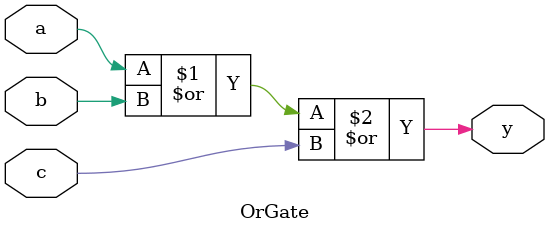
<source format=v>
`timescale 1ns / 1ps

module OrGate(
    input wire a,
    input wire b,
    input wire c,
    output wire y
    );
    
    assign y = a | b | c;
endmodule

</source>
